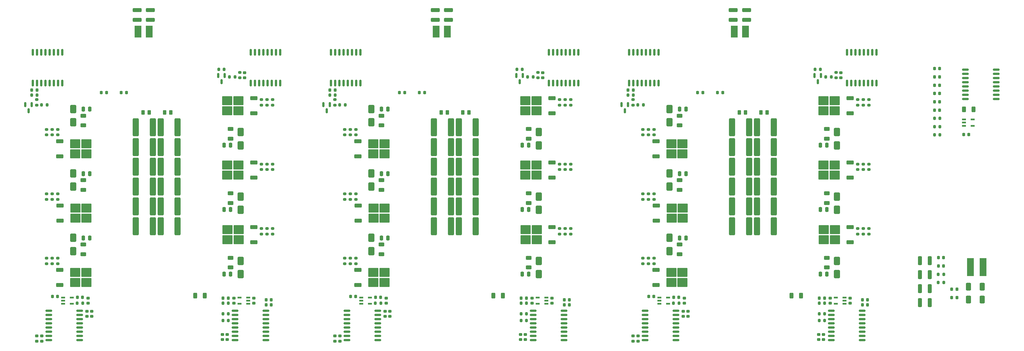
<source format=gbr>
%TF.GenerationSoftware,KiCad,Pcbnew,9.0.1*%
%TF.CreationDate,2025-07-31T04:03:31-05:00*%
%TF.ProjectId,TractionInverter,54726163-7469-46f6-9e49-6e7665727465,rev?*%
%TF.SameCoordinates,Original*%
%TF.FileFunction,Paste,Top*%
%TF.FilePolarity,Positive*%
%FSLAX46Y46*%
G04 Gerber Fmt 4.6, Leading zero omitted, Abs format (unit mm)*
G04 Created by KiCad (PCBNEW 9.0.1) date 2025-07-31 04:03:31*
%MOMM*%
%LPD*%
G01*
G04 APERTURE LIST*
G04 Aperture macros list*
%AMRoundRect*
0 Rectangle with rounded corners*
0 $1 Rounding radius*
0 $2 $3 $4 $5 $6 $7 $8 $9 X,Y pos of 4 corners*
0 Add a 4 corners polygon primitive as box body*
4,1,4,$2,$3,$4,$5,$6,$7,$8,$9,$2,$3,0*
0 Add four circle primitives for the rounded corners*
1,1,$1+$1,$2,$3*
1,1,$1+$1,$4,$5*
1,1,$1+$1,$6,$7*
1,1,$1+$1,$8,$9*
0 Add four rect primitives between the rounded corners*
20,1,$1+$1,$2,$3,$4,$5,0*
20,1,$1+$1,$4,$5,$6,$7,0*
20,1,$1+$1,$6,$7,$8,$9,0*
20,1,$1+$1,$8,$9,$2,$3,0*%
G04 Aperture macros list end*
%ADD10RoundRect,0.225000X-0.225000X-0.250000X0.225000X-0.250000X0.225000X0.250000X-0.225000X0.250000X0*%
%ADD11RoundRect,0.250000X-0.325000X-1.100000X0.325000X-1.100000X0.325000X1.100000X-0.325000X1.100000X0*%
%ADD12R,1.150000X0.600000*%
%ADD13RoundRect,0.218750X-0.218750X-0.256250X0.218750X-0.256250X0.218750X0.256250X-0.218750X0.256250X0*%
%ADD14RoundRect,0.150000X-0.875000X-0.150000X0.875000X-0.150000X0.875000X0.150000X-0.875000X0.150000X0*%
%ADD15RoundRect,0.249999X-0.525001X-0.900001X0.525001X-0.900001X0.525001X0.900001X-0.525001X0.900001X0*%
%ADD16RoundRect,0.200000X-0.200000X-0.275000X0.200000X-0.275000X0.200000X0.275000X-0.200000X0.275000X0*%
%ADD17R,2.150000X5.500000*%
%ADD18RoundRect,0.250000X-0.312500X-0.625000X0.312500X-0.625000X0.312500X0.625000X-0.312500X0.625000X0*%
%ADD19RoundRect,0.200000X0.275000X-0.200000X0.275000X0.200000X-0.275000X0.200000X-0.275000X-0.200000X0*%
%ADD20RoundRect,0.200000X-0.275000X0.200000X-0.275000X-0.200000X0.275000X-0.200000X0.275000X0.200000X0*%
%ADD21RoundRect,0.200000X0.200000X0.275000X-0.200000X0.275000X-0.200000X-0.275000X0.200000X-0.275000X0*%
%ADD22RoundRect,0.250000X-0.625000X0.312500X-0.625000X-0.312500X0.625000X-0.312500X0.625000X0.312500X0*%
%ADD23RoundRect,0.250000X0.625000X-0.312500X0.625000X0.312500X-0.625000X0.312500X-0.625000X-0.312500X0*%
%ADD24RoundRect,0.250000X-0.262500X-0.450000X0.262500X-0.450000X0.262500X0.450000X-0.262500X0.450000X0*%
%ADD25RoundRect,0.250000X0.250000X0.475000X-0.250000X0.475000X-0.250000X-0.475000X0.250000X-0.475000X0*%
%ADD26RoundRect,0.225000X0.225000X0.250000X-0.225000X0.250000X-0.225000X-0.250000X0.225000X-0.250000X0*%
%ADD27RoundRect,0.250000X-0.250000X-0.475000X0.250000X-0.475000X0.250000X0.475000X-0.250000X0.475000X0*%
%ADD28RoundRect,0.225000X0.250000X-0.225000X0.250000X0.225000X-0.250000X0.225000X-0.250000X-0.225000X0*%
%ADD29RoundRect,0.225000X-0.250000X0.225000X-0.250000X-0.225000X0.250000X-0.225000X0.250000X0.225000X0*%
%ADD30RoundRect,0.250000X1.100000X-0.325000X1.100000X0.325000X-1.100000X0.325000X-1.100000X-0.325000X0*%
%ADD31RoundRect,0.250000X-0.650000X-2.450000X0.650000X-2.450000X0.650000X2.450000X-0.650000X2.450000X0*%
%ADD32RoundRect,0.250000X-0.650000X1.000000X-0.650000X-1.000000X0.650000X-1.000000X0.650000X1.000000X0*%
%ADD33RoundRect,0.150000X-0.150000X0.587500X-0.150000X-0.587500X0.150000X-0.587500X0.150000X0.587500X0*%
%ADD34RoundRect,0.250000X0.650000X-1.000000X0.650000X1.000000X-0.650000X1.000000X-0.650000X-1.000000X0*%
%ADD35RoundRect,0.150000X0.150000X-0.875000X0.150000X0.875000X-0.150000X0.875000X-0.150000X-0.875000X0*%
%ADD36RoundRect,0.218750X0.218750X0.256250X-0.218750X0.256250X-0.218750X-0.256250X0.218750X-0.256250X0*%
%ADD37RoundRect,0.250000X1.275000X1.125000X-1.275000X1.125000X-1.275000X-1.125000X1.275000X-1.125000X0*%
%ADD38RoundRect,0.250000X0.850000X0.350000X-0.850000X0.350000X-0.850000X-0.350000X0.850000X-0.350000X0*%
%ADD39RoundRect,0.150000X0.875000X0.150000X-0.875000X0.150000X-0.875000X-0.150000X0.875000X-0.150000X0*%
%ADD40RoundRect,0.218750X-0.256250X0.218750X-0.256250X-0.218750X0.256250X-0.218750X0.256250X0.218750X0*%
%ADD41RoundRect,0.250000X-1.275000X-1.125000X1.275000X-1.125000X1.275000X1.125000X-1.275000X1.125000X0*%
%ADD42RoundRect,0.250000X-0.850000X-0.350000X0.850000X-0.350000X0.850000X0.350000X-0.850000X0.350000X0*%
%ADD43R,2.000000X3.600000*%
G04 APERTURE END LIST*
D10*
%TO.C,C161*%
X292405000Y-57140000D03*
X293955000Y-57140000D03*
%TD*%
%TO.C,C160*%
X292405000Y-54630000D03*
X293955000Y-54630000D03*
%TD*%
%TO.C,C164*%
X292405000Y-64670000D03*
X293955000Y-64670000D03*
%TD*%
%TO.C,C162*%
X292405000Y-59650000D03*
X293955000Y-59650000D03*
%TD*%
%TO.C,C163*%
X292405000Y-62160000D03*
X293955000Y-62160000D03*
%TD*%
%TO.C,C165*%
X292405000Y-67180000D03*
X293955000Y-67180000D03*
%TD*%
D11*
%TO.C,C42*%
X288025000Y-112750000D03*
X290975000Y-112750000D03*
%TD*%
%TO.C,C46*%
X288025000Y-125500000D03*
X290975000Y-125500000D03*
%TD*%
D12*
%TO.C,U11*%
X301265000Y-70020000D03*
X301265000Y-70970000D03*
X301265000Y-71920000D03*
X303865000Y-71920000D03*
X303865000Y-70020000D03*
%TD*%
D13*
%TO.C,D39*%
X301172500Y-74590000D03*
X302747500Y-74590000D03*
%TD*%
D14*
%TO.C,IC13*%
X301720000Y-54965000D03*
X301720000Y-56235000D03*
X301720000Y-57505000D03*
X301720000Y-58775000D03*
X301720000Y-60045000D03*
X301720000Y-61315000D03*
X301720000Y-62585000D03*
X301720000Y-63855000D03*
X311020000Y-63855000D03*
X311020000Y-62585000D03*
X311020000Y-61315000D03*
X311020000Y-60045000D03*
X311020000Y-58775000D03*
X311020000Y-57505000D03*
X311020000Y-56235000D03*
X311020000Y-54965000D03*
%TD*%
D11*
%TO.C,C44*%
X288025000Y-121250000D03*
X290975000Y-121250000D03*
%TD*%
D15*
%TO.C,C47*%
X302615000Y-124520000D03*
X306765000Y-124520000D03*
%TD*%
D16*
%TO.C,R37*%
X293505000Y-116900000D03*
X295155000Y-116900000D03*
%TD*%
D17*
%TO.C,L1*%
X303203500Y-114688500D03*
X307053500Y-114688500D03*
%TD*%
D15*
%TO.C,C40*%
X302615000Y-120670000D03*
X306765000Y-120670000D03*
%TD*%
D11*
%TO.C,C43*%
X288025000Y-117000000D03*
X290975000Y-117000000D03*
%TD*%
D13*
%TO.C,D4*%
X297592500Y-121380000D03*
X299167500Y-121380000D03*
%TD*%
D10*
%TO.C,C41*%
X293555000Y-111880000D03*
X295105000Y-111880000D03*
%TD*%
%TO.C,C45*%
X293555000Y-114390000D03*
X295105000Y-114390000D03*
%TD*%
D16*
%TO.C,R38*%
X293505000Y-119410000D03*
X295155000Y-119410000D03*
%TD*%
D13*
%TO.C,D5*%
X297592500Y-123970000D03*
X299167500Y-123970000D03*
%TD*%
D16*
%TO.C,R139*%
X292355000Y-72200000D03*
X294005000Y-72200000D03*
%TD*%
D18*
%TO.C,R137*%
X301257500Y-66990000D03*
X304182500Y-66990000D03*
%TD*%
D16*
%TO.C,R138*%
X292355000Y-69690000D03*
X294005000Y-69690000D03*
%TD*%
%TO.C,R140*%
X292355000Y-74710000D03*
X294005000Y-74710000D03*
%TD*%
D19*
%TO.C,R69*%
X117743207Y-113685295D03*
X117743207Y-112035295D03*
%TD*%
D20*
%TO.C,R66*%
X180893207Y-103035295D03*
X180893207Y-104685295D03*
%TD*%
D21*
%TO.C,R70*%
X167968207Y-54860295D03*
X166318207Y-54860295D03*
%TD*%
D22*
%TO.C,R74*%
X125393207Y-88397795D03*
X125393207Y-91322795D03*
%TD*%
D19*
%TO.C,R72*%
X172643207Y-57435295D03*
X172643207Y-55785295D03*
%TD*%
D20*
%TO.C,R67*%
X116043207Y-112035295D03*
X116043207Y-113685295D03*
%TD*%
D22*
%TO.C,R73*%
X125393207Y-68897795D03*
X125393207Y-71822795D03*
%TD*%
D19*
%TO.C,R68*%
X182593207Y-104685295D03*
X182593207Y-103035295D03*
%TD*%
D22*
%TO.C,R75*%
X125393207Y-107897795D03*
X125393207Y-110822795D03*
%TD*%
D16*
%TO.C,R71*%
X169568207Y-57110295D03*
X171218207Y-57110295D03*
%TD*%
D23*
%TO.C,R78*%
X169893207Y-95322795D03*
X169893207Y-92397795D03*
%TD*%
D21*
%TO.C,R87*%
X169218207Y-128860295D03*
X167568207Y-128860295D03*
%TD*%
D23*
%TO.C,R79*%
X169893207Y-114822795D03*
X169893207Y-111897795D03*
%TD*%
%TO.C,R77*%
X169893207Y-75822795D03*
X169893207Y-72897795D03*
%TD*%
D18*
%TO.C,R86*%
X159180707Y-123360295D03*
X162105707Y-123360295D03*
%TD*%
D16*
%TO.C,R92*%
X123568207Y-125610295D03*
X125218207Y-125610295D03*
%TD*%
D24*
%TO.C,R142*%
X149980707Y-67860295D03*
X151805707Y-67860295D03*
%TD*%
D16*
%TO.C,R88*%
X167568207Y-130860295D03*
X169218207Y-130860295D03*
%TD*%
D21*
%TO.C,R89*%
X169218207Y-125610295D03*
X167568207Y-125610295D03*
%TD*%
D24*
%TO.C,R141*%
X143480707Y-67860295D03*
X145305707Y-67860295D03*
%TD*%
D12*
%TO.C,U7*%
X119343207Y-123910295D03*
X119343207Y-124860295D03*
X119343207Y-125810295D03*
X121943207Y-125810295D03*
X121943207Y-123910295D03*
%TD*%
%TO.C,U5*%
X175193207Y-125810295D03*
X175193207Y-124860295D03*
X175193207Y-123910295D03*
X172593207Y-123910295D03*
X172593207Y-125810295D03*
%TD*%
D25*
%TO.C,C74*%
X169843207Y-97310295D03*
X167943207Y-97310295D03*
%TD*%
D26*
%TO.C,C68*%
X111418207Y-61110295D03*
X109868207Y-61110295D03*
%TD*%
D27*
%TO.C,C71*%
X125443207Y-86410295D03*
X127343207Y-86410295D03*
%TD*%
%TO.C,C72*%
X125443207Y-105910295D03*
X127343207Y-105910295D03*
%TD*%
D25*
%TO.C,C73*%
X169843207Y-77810295D03*
X167943207Y-77810295D03*
%TD*%
D27*
%TO.C,C70*%
X125443207Y-66910295D03*
X127343207Y-66910295D03*
%TD*%
D28*
%TO.C,C69*%
X174143207Y-57385295D03*
X174143207Y-55835295D03*
%TD*%
D25*
%TO.C,C75*%
X169843207Y-116860295D03*
X167943207Y-116860295D03*
%TD*%
D28*
%TO.C,C95*%
X170893207Y-125635295D03*
X170893207Y-124085295D03*
%TD*%
%TO.C,C94*%
X176893207Y-125635295D03*
X176893207Y-124085295D03*
%TD*%
D29*
%TO.C,C96*%
X167393207Y-135085295D03*
X167393207Y-136635295D03*
%TD*%
D26*
%TO.C,C98*%
X182168207Y-126110295D03*
X180618207Y-126110295D03*
%TD*%
D29*
%TO.C,C97*%
X168893207Y-135085295D03*
X168893207Y-136635295D03*
%TD*%
D26*
%TO.C,C99*%
X182168207Y-124610295D03*
X180618207Y-124610295D03*
%TD*%
D30*
%TO.C,C103*%
X145643207Y-39887795D03*
X145643207Y-36937795D03*
%TD*%
%TO.C,C104*%
X141643207Y-39887795D03*
X141643207Y-36937795D03*
%TD*%
D26*
%TO.C,C108*%
X117668207Y-123610295D03*
X116118207Y-123610295D03*
%TD*%
D29*
%TO.C,C112*%
X112893207Y-135585295D03*
X112893207Y-137135295D03*
%TD*%
D31*
%TO.C,C167*%
X141293207Y-72360295D03*
X146393207Y-72360295D03*
%TD*%
D29*
%TO.C,C113*%
X111393207Y-135585295D03*
X111393207Y-137135295D03*
%TD*%
D31*
%TO.C,C168*%
X141293207Y-78360295D03*
X146393207Y-78360295D03*
%TD*%
%TO.C,C173*%
X148793207Y-72360295D03*
X153893207Y-72360295D03*
%TD*%
%TO.C,C170*%
X141293207Y-90360295D03*
X146393207Y-90360295D03*
%TD*%
D10*
%TO.C,C109*%
X123618207Y-123860295D03*
X125168207Y-123860295D03*
%TD*%
D28*
%TO.C,C110*%
X127993207Y-129635295D03*
X127993207Y-128085295D03*
%TD*%
%TO.C,C111*%
X126493207Y-129635295D03*
X126493207Y-128085295D03*
%TD*%
D31*
%TO.C,C169*%
X141293207Y-84360295D03*
X146393207Y-84360295D03*
%TD*%
%TO.C,C171*%
X141293207Y-96360295D03*
X146393207Y-96360295D03*
%TD*%
%TO.C,C172*%
X141293207Y-102360295D03*
X146393207Y-102360295D03*
%TD*%
%TO.C,C174*%
X148793207Y-78360295D03*
X153893207Y-78360295D03*
%TD*%
%TO.C,C176*%
X148793207Y-90360295D03*
X153893207Y-90360295D03*
%TD*%
D32*
%TO.C,D19*%
X122393207Y-105860295D03*
X122393207Y-109860295D03*
%TD*%
%TO.C,D17*%
X122393207Y-66860295D03*
X122393207Y-70860295D03*
%TD*%
D33*
%TO.C,D16*%
X168093207Y-56735295D03*
X166193207Y-56735295D03*
X167143207Y-58610295D03*
%TD*%
D31*
%TO.C,C178*%
X148793207Y-102360295D03*
X153893207Y-102360295D03*
%TD*%
D33*
%TO.C,D15*%
X109843207Y-65485295D03*
X107943207Y-65485295D03*
X108893207Y-67360295D03*
%TD*%
D13*
%TO.C,D24*%
X136855707Y-61860295D03*
X138430707Y-61860295D03*
%TD*%
D31*
%TO.C,C175*%
X148793207Y-84360295D03*
X153893207Y-84360295D03*
%TD*%
%TO.C,C177*%
X148793207Y-96360295D03*
X153893207Y-96360295D03*
%TD*%
D32*
%TO.C,D18*%
X122393207Y-86360295D03*
X122393207Y-90360295D03*
%TD*%
D34*
%TO.C,D20*%
X172893207Y-77860295D03*
X172893207Y-73860295D03*
%TD*%
%TO.C,D22*%
X172893207Y-116860295D03*
X172893207Y-112860295D03*
%TD*%
D35*
%TO.C,IC6*%
X175948207Y-59010295D03*
X177218207Y-59010295D03*
X178488207Y-59010295D03*
X179758207Y-59010295D03*
X181028207Y-59010295D03*
X182298207Y-59010295D03*
X183568207Y-59010295D03*
X184838207Y-59010295D03*
X184838207Y-49710295D03*
X183568207Y-49710295D03*
X182298207Y-49710295D03*
X181028207Y-49710295D03*
X179758207Y-49710295D03*
X178488207Y-49710295D03*
X177218207Y-49710295D03*
X175948207Y-49710295D03*
%TD*%
D34*
%TO.C,D21*%
X172893207Y-97360295D03*
X172893207Y-93360295D03*
%TD*%
D36*
%TO.C,D23*%
X169180707Y-124110295D03*
X167605707Y-124110295D03*
%TD*%
D14*
%TO.C,IC7*%
X171243207Y-127915295D03*
X171243207Y-129185295D03*
X171243207Y-130455295D03*
X171243207Y-131725295D03*
X171243207Y-132995295D03*
X171243207Y-134265295D03*
X171243207Y-135535295D03*
X171243207Y-136805295D03*
X180543207Y-136805295D03*
X180543207Y-135535295D03*
X180543207Y-134265295D03*
X180543207Y-132995295D03*
X180543207Y-131725295D03*
X180543207Y-130455295D03*
X180543207Y-129185295D03*
X180543207Y-127915295D03*
%TD*%
D37*
%TO.C,Q13*%
X172243207Y-67385295D03*
X172243207Y-64335295D03*
X168893207Y-67385295D03*
X168893207Y-64335295D03*
D38*
X176868207Y-68140295D03*
X176868207Y-63580295D03*
%TD*%
D39*
%TO.C,IC8*%
X124293207Y-136805295D03*
X124293207Y-135535295D03*
X124293207Y-134265295D03*
X124293207Y-132995295D03*
X124293207Y-131725295D03*
X124293207Y-130455295D03*
X124293207Y-129185295D03*
X124293207Y-127915295D03*
X114993207Y-127915295D03*
X114993207Y-129185295D03*
X114993207Y-130455295D03*
X114993207Y-131725295D03*
X114993207Y-132995295D03*
X114993207Y-134265295D03*
X114993207Y-135535295D03*
X114993207Y-136805295D03*
%TD*%
D40*
%TO.C,D26*%
X126893207Y-124072795D03*
X126893207Y-125647795D03*
%TD*%
D35*
%TO.C,IC5*%
X110198207Y-59010295D03*
X111468207Y-59010295D03*
X112738207Y-59010295D03*
X114008207Y-59010295D03*
X115278207Y-59010295D03*
X116548207Y-59010295D03*
X117818207Y-59010295D03*
X119088207Y-59010295D03*
X119088207Y-49710295D03*
X117818207Y-49710295D03*
X116548207Y-49710295D03*
X115278207Y-49710295D03*
X114008207Y-49710295D03*
X112738207Y-49710295D03*
X111468207Y-49710295D03*
X110198207Y-49710295D03*
%TD*%
D13*
%TO.C,D25*%
X130855707Y-61912795D03*
X132430707Y-61912795D03*
%TD*%
D41*
%TO.C,Q18*%
X122968207Y-116335295D03*
X122968207Y-119385295D03*
X126318207Y-116335295D03*
X126318207Y-119385295D03*
D42*
X118343207Y-115580295D03*
X118343207Y-120140295D03*
%TD*%
D43*
%TO.C,L3*%
X145343207Y-43412795D03*
X141943207Y-43412795D03*
%TD*%
D41*
%TO.C,Q14*%
X122968207Y-77360295D03*
X122968207Y-80410295D03*
X126318207Y-77360295D03*
X126318207Y-80410295D03*
D42*
X118343207Y-76605295D03*
X118343207Y-81165295D03*
%TD*%
D37*
%TO.C,Q15*%
X172243207Y-86860295D03*
X172243207Y-83810295D03*
X168893207Y-86860295D03*
X168893207Y-83810295D03*
D38*
X176868207Y-87615295D03*
X176868207Y-83055295D03*
%TD*%
D37*
%TO.C,Q17*%
X172318207Y-106385295D03*
X172318207Y-103335295D03*
X168968207Y-106385295D03*
X168968207Y-103335295D03*
D38*
X176943207Y-107140295D03*
X176943207Y-102580295D03*
%TD*%
D41*
%TO.C,Q16*%
X123043207Y-96860295D03*
X123043207Y-99910295D03*
X126393207Y-96860295D03*
X126393207Y-99910295D03*
D42*
X118418207Y-96105295D03*
X118418207Y-100665295D03*
%TD*%
D20*
%TO.C,R53*%
X180893207Y-64035295D03*
X180893207Y-65685295D03*
%TD*%
D19*
%TO.C,R57*%
X117743207Y-74685295D03*
X117743207Y-73035295D03*
%TD*%
%TO.C,R50*%
X179193207Y-65685295D03*
X179193207Y-64035295D03*
%TD*%
%TO.C,R51*%
X114343207Y-74685295D03*
X114343207Y-73035295D03*
%TD*%
D20*
%TO.C,R54*%
X116043207Y-73035295D03*
X116043207Y-74685295D03*
%TD*%
D19*
%TO.C,R56*%
X182593207Y-65685295D03*
X182593207Y-64035295D03*
%TD*%
%TO.C,R52*%
X111393207Y-65685295D03*
X111393207Y-64035295D03*
%TD*%
D21*
%TO.C,R49*%
X114468207Y-65610295D03*
X112818207Y-65610295D03*
%TD*%
%TO.C,R55*%
X111468207Y-62610295D03*
X109818207Y-62610295D03*
%TD*%
D19*
%TO.C,R59*%
X114343207Y-94185295D03*
X114343207Y-92535295D03*
%TD*%
%TO.C,R62*%
X182593207Y-85185295D03*
X182593207Y-83535295D03*
%TD*%
%TO.C,R63*%
X117743207Y-94185295D03*
X117743207Y-92535295D03*
%TD*%
%TO.C,R64*%
X179193207Y-104685295D03*
X179193207Y-103035295D03*
%TD*%
D20*
%TO.C,R61*%
X116043207Y-92535295D03*
X116043207Y-94185295D03*
%TD*%
D19*
%TO.C,R65*%
X114343207Y-113685295D03*
X114343207Y-112035295D03*
%TD*%
%TO.C,R58*%
X179193207Y-85185295D03*
X179193207Y-83535295D03*
%TD*%
D20*
%TO.C,R60*%
X180893207Y-83535295D03*
X180893207Y-85185295D03*
%TD*%
D12*
%TO.C,U8*%
X262593207Y-125810295D03*
X262593207Y-123910295D03*
X265193207Y-123910295D03*
X265193207Y-124860295D03*
X265193207Y-125810295D03*
%TD*%
%TO.C,U10*%
X211943207Y-123910295D03*
X211943207Y-125810295D03*
X209343207Y-125810295D03*
X209343207Y-124860295D03*
X209343207Y-123910295D03*
%TD*%
D21*
%TO.C,R133*%
X257568207Y-125610295D03*
X259218207Y-125610295D03*
%TD*%
D23*
%TO.C,R122*%
X259893207Y-92397795D03*
X259893207Y-95322795D03*
%TD*%
%TO.C,R123*%
X259893207Y-111897795D03*
X259893207Y-114822795D03*
%TD*%
D18*
%TO.C,R130*%
X252105707Y-123360295D03*
X249180707Y-123360295D03*
%TD*%
D21*
%TO.C,R131*%
X257568207Y-128860295D03*
X259218207Y-128860295D03*
%TD*%
D16*
%TO.C,R132*%
X259218207Y-130860295D03*
X257568207Y-130860295D03*
%TD*%
%TO.C,R136*%
X215218207Y-125610295D03*
X213568207Y-125610295D03*
%TD*%
D24*
%TO.C,R143*%
X235305707Y-67860295D03*
X233480707Y-67860295D03*
%TD*%
%TO.C,R144*%
X241805707Y-67860295D03*
X239980707Y-67860295D03*
%TD*%
D25*
%TO.C,C120*%
X257943207Y-97310295D03*
X259843207Y-97310295D03*
%TD*%
D26*
%TO.C,C114*%
X199868207Y-61110295D03*
X201418207Y-61110295D03*
%TD*%
D28*
%TO.C,C115*%
X264143207Y-55835295D03*
X264143207Y-57385295D03*
%TD*%
D27*
%TO.C,C116*%
X217343207Y-66910295D03*
X215443207Y-66910295D03*
%TD*%
%TO.C,C117*%
X217343207Y-86410295D03*
X215443207Y-86410295D03*
%TD*%
D25*
%TO.C,C119*%
X257943207Y-77810295D03*
X259843207Y-77810295D03*
%TD*%
D27*
%TO.C,C118*%
X217343207Y-105910295D03*
X215443207Y-105910295D03*
%TD*%
D25*
%TO.C,C121*%
X257943207Y-116860295D03*
X259843207Y-116860295D03*
%TD*%
D28*
%TO.C,C141*%
X260893207Y-124085295D03*
X260893207Y-125635295D03*
%TD*%
D30*
%TO.C,C149*%
X235643207Y-36937795D03*
X235643207Y-39887795D03*
%TD*%
D28*
%TO.C,C140*%
X266893207Y-124085295D03*
X266893207Y-125635295D03*
%TD*%
D29*
%TO.C,C142*%
X257393207Y-136635295D03*
X257393207Y-135085295D03*
%TD*%
%TO.C,C143*%
X258893207Y-136635295D03*
X258893207Y-135085295D03*
%TD*%
D26*
%TO.C,C144*%
X270618207Y-126110295D03*
X272168207Y-126110295D03*
%TD*%
%TO.C,C145*%
X270618207Y-124610295D03*
X272168207Y-124610295D03*
%TD*%
D30*
%TO.C,C150*%
X231643207Y-36937795D03*
X231643207Y-39887795D03*
%TD*%
D28*
%TO.C,C156*%
X217993207Y-128085295D03*
X217993207Y-129635295D03*
%TD*%
%TO.C,C157*%
X216493207Y-128085295D03*
X216493207Y-129635295D03*
%TD*%
D31*
%TO.C,C180*%
X236393207Y-72360295D03*
X231293207Y-72360295D03*
%TD*%
D29*
%TO.C,C159*%
X201393207Y-137135295D03*
X201393207Y-135585295D03*
%TD*%
D10*
%TO.C,C155*%
X215168207Y-123860295D03*
X213618207Y-123860295D03*
%TD*%
D31*
%TO.C,C184*%
X236393207Y-96360295D03*
X231293207Y-96360295D03*
%TD*%
%TO.C,C181*%
X236393207Y-78360295D03*
X231293207Y-78360295D03*
%TD*%
D26*
%TO.C,C154*%
X206118207Y-123610295D03*
X207668207Y-123610295D03*
%TD*%
D29*
%TO.C,C158*%
X202893207Y-137135295D03*
X202893207Y-135585295D03*
%TD*%
D31*
%TO.C,C182*%
X236393207Y-84360295D03*
X231293207Y-84360295D03*
%TD*%
%TO.C,C183*%
X236393207Y-90360295D03*
X231293207Y-90360295D03*
%TD*%
%TO.C,C191*%
X243893207Y-102360295D03*
X238793207Y-102360295D03*
%TD*%
%TO.C,C187*%
X243893207Y-78360295D03*
X238793207Y-78360295D03*
%TD*%
%TO.C,C190*%
X243893207Y-96360295D03*
X238793207Y-96360295D03*
%TD*%
D32*
%TO.C,D31*%
X212393207Y-109860295D03*
X212393207Y-105860295D03*
%TD*%
D31*
%TO.C,C188*%
X243893207Y-84360295D03*
X238793207Y-84360295D03*
%TD*%
%TO.C,C185*%
X236393207Y-102360295D03*
X231293207Y-102360295D03*
%TD*%
%TO.C,C186*%
X243893207Y-72360295D03*
X238793207Y-72360295D03*
%TD*%
%TO.C,C189*%
X243893207Y-90360295D03*
X238793207Y-90360295D03*
%TD*%
D33*
%TO.C,D27*%
X198893207Y-67360295D03*
X197943207Y-65485295D03*
X199843207Y-65485295D03*
%TD*%
%TO.C,D28*%
X257143207Y-58610295D03*
X256193207Y-56735295D03*
X258093207Y-56735295D03*
%TD*%
D32*
%TO.C,D29*%
X212393207Y-70860295D03*
X212393207Y-66860295D03*
%TD*%
%TO.C,D30*%
X212393207Y-90360295D03*
X212393207Y-86360295D03*
%TD*%
D34*
%TO.C,D32*%
X262893207Y-73860295D03*
X262893207Y-77860295D03*
%TD*%
D35*
%TO.C,IC10*%
X265948207Y-49710295D03*
X267218207Y-49710295D03*
X268488207Y-49710295D03*
X269758207Y-49710295D03*
X271028207Y-49710295D03*
X272298207Y-49710295D03*
X273568207Y-49710295D03*
X274838207Y-49710295D03*
X274838207Y-59010295D03*
X273568207Y-59010295D03*
X272298207Y-59010295D03*
X271028207Y-59010295D03*
X269758207Y-59010295D03*
X268488207Y-59010295D03*
X267218207Y-59010295D03*
X265948207Y-59010295D03*
%TD*%
D39*
%TO.C,IC12*%
X204993207Y-136805295D03*
X204993207Y-135535295D03*
X204993207Y-134265295D03*
X204993207Y-132995295D03*
X204993207Y-131725295D03*
X204993207Y-130455295D03*
X204993207Y-129185295D03*
X204993207Y-127915295D03*
X214293207Y-127915295D03*
X214293207Y-129185295D03*
X214293207Y-130455295D03*
X214293207Y-131725295D03*
X214293207Y-132995295D03*
X214293207Y-134265295D03*
X214293207Y-135535295D03*
X214293207Y-136805295D03*
%TD*%
D34*
%TO.C,D33*%
X262893207Y-93360295D03*
X262893207Y-97360295D03*
%TD*%
D36*
%TO.C,D35*%
X257605707Y-124110295D03*
X259180707Y-124110295D03*
%TD*%
D13*
%TO.C,D37*%
X222430707Y-61912795D03*
X220855707Y-61912795D03*
%TD*%
%TO.C,D36*%
X228430707Y-61860295D03*
X226855707Y-61860295D03*
%TD*%
D40*
%TO.C,D38*%
X216893207Y-125647795D03*
X216893207Y-124072795D03*
%TD*%
D34*
%TO.C,D34*%
X262893207Y-112860295D03*
X262893207Y-116860295D03*
%TD*%
D35*
%TO.C,IC9*%
X200198207Y-49710295D03*
X201468207Y-49710295D03*
X202738207Y-49710295D03*
X204008207Y-49710295D03*
X205278207Y-49710295D03*
X206548207Y-49710295D03*
X207818207Y-49710295D03*
X209088207Y-49710295D03*
X209088207Y-59010295D03*
X207818207Y-59010295D03*
X206548207Y-59010295D03*
X205278207Y-59010295D03*
X204008207Y-59010295D03*
X202738207Y-59010295D03*
X201468207Y-59010295D03*
X200198207Y-59010295D03*
%TD*%
D14*
%TO.C,IC11*%
X270543207Y-127915295D03*
X270543207Y-129185295D03*
X270543207Y-130455295D03*
X270543207Y-131725295D03*
X270543207Y-132995295D03*
X270543207Y-134265295D03*
X270543207Y-135535295D03*
X270543207Y-136805295D03*
X261243207Y-136805295D03*
X261243207Y-135535295D03*
X261243207Y-134265295D03*
X261243207Y-132995295D03*
X261243207Y-131725295D03*
X261243207Y-130455295D03*
X261243207Y-129185295D03*
X261243207Y-127915295D03*
%TD*%
D42*
%TO.C,Q26*%
X208343207Y-81165295D03*
X208343207Y-76605295D03*
D41*
X216318207Y-80410295D03*
X216318207Y-77360295D03*
X212968207Y-80410295D03*
X212968207Y-77360295D03*
%TD*%
D42*
%TO.C,Q28*%
X208418207Y-100665295D03*
X208418207Y-96105295D03*
D41*
X216393207Y-99910295D03*
X216393207Y-96860295D03*
X213043207Y-99910295D03*
X213043207Y-96860295D03*
%TD*%
D43*
%TO.C,L4*%
X231943207Y-43412795D03*
X235343207Y-43412795D03*
%TD*%
D38*
%TO.C,Q25*%
X266868207Y-63580295D03*
X266868207Y-68140295D03*
D37*
X258893207Y-64335295D03*
X258893207Y-67385295D03*
X262243207Y-64335295D03*
X262243207Y-67385295D03*
%TD*%
D38*
%TO.C,Q27*%
X266868207Y-83055295D03*
X266868207Y-87615295D03*
D37*
X258893207Y-83810295D03*
X258893207Y-86860295D03*
X262243207Y-83810295D03*
X262243207Y-86860295D03*
%TD*%
D42*
%TO.C,Q30*%
X208343207Y-120140295D03*
X208343207Y-115580295D03*
D41*
X216318207Y-119385295D03*
X216318207Y-116335295D03*
X212968207Y-119385295D03*
X212968207Y-116335295D03*
%TD*%
D19*
%TO.C,R95*%
X204343207Y-73035295D03*
X204343207Y-74685295D03*
%TD*%
D38*
%TO.C,Q29*%
X266943207Y-102580295D03*
X266943207Y-107140295D03*
D37*
X258968207Y-103335295D03*
X258968207Y-106385295D03*
X262318207Y-103335295D03*
X262318207Y-106385295D03*
%TD*%
D19*
%TO.C,R94*%
X269193207Y-64035295D03*
X269193207Y-65685295D03*
%TD*%
%TO.C,R101*%
X207743207Y-73035295D03*
X207743207Y-74685295D03*
%TD*%
D21*
%TO.C,R93*%
X202818207Y-65610295D03*
X204468207Y-65610295D03*
%TD*%
D19*
%TO.C,R102*%
X269193207Y-83535295D03*
X269193207Y-85185295D03*
%TD*%
D21*
%TO.C,R99*%
X199818207Y-62610295D03*
X201468207Y-62610295D03*
%TD*%
D19*
%TO.C,R100*%
X272593207Y-64035295D03*
X272593207Y-65685295D03*
%TD*%
D20*
%TO.C,R97*%
X270893207Y-65685295D03*
X270893207Y-64035295D03*
%TD*%
D19*
%TO.C,R96*%
X201393207Y-64035295D03*
X201393207Y-65685295D03*
%TD*%
D20*
%TO.C,R98*%
X206043207Y-74685295D03*
X206043207Y-73035295D03*
%TD*%
D19*
%TO.C,R106*%
X272593207Y-83535295D03*
X272593207Y-85185295D03*
%TD*%
%TO.C,R112*%
X272593207Y-103035295D03*
X272593207Y-104685295D03*
%TD*%
D20*
%TO.C,R105*%
X206043207Y-94185295D03*
X206043207Y-92535295D03*
%TD*%
%TO.C,R104*%
X270893207Y-85185295D03*
X270893207Y-83535295D03*
%TD*%
D19*
%TO.C,R107*%
X207743207Y-92535295D03*
X207743207Y-94185295D03*
%TD*%
%TO.C,R108*%
X269193207Y-103035295D03*
X269193207Y-104685295D03*
%TD*%
D20*
%TO.C,R110*%
X270893207Y-104685295D03*
X270893207Y-103035295D03*
%TD*%
%TO.C,R111*%
X206043207Y-113685295D03*
X206043207Y-112035295D03*
%TD*%
D19*
%TO.C,R103*%
X204343207Y-92535295D03*
X204343207Y-94185295D03*
%TD*%
%TO.C,R109*%
X204343207Y-112035295D03*
X204343207Y-113685295D03*
%TD*%
D21*
%TO.C,R114*%
X256318207Y-54860295D03*
X257968207Y-54860295D03*
%TD*%
D19*
%TO.C,R116*%
X262643207Y-55785295D03*
X262643207Y-57435295D03*
%TD*%
D22*
%TO.C,R117*%
X215393207Y-71822795D03*
X215393207Y-68897795D03*
%TD*%
D19*
%TO.C,R113*%
X207743207Y-112035295D03*
X207743207Y-113685295D03*
%TD*%
D22*
%TO.C,R119*%
X215393207Y-110822795D03*
X215393207Y-107897795D03*
%TD*%
D23*
%TO.C,R121*%
X259893207Y-72897795D03*
X259893207Y-75822795D03*
%TD*%
D16*
%TO.C,R115*%
X261218207Y-57110295D03*
X259568207Y-57110295D03*
%TD*%
D22*
%TO.C,R118*%
X215393207Y-91322795D03*
X215393207Y-88397795D03*
%TD*%
D31*
%TO.C,C2*%
X56393207Y-72360295D03*
X51293207Y-72360295D03*
%TD*%
%TO.C,C12*%
X63893207Y-96360295D03*
X58793207Y-96360295D03*
%TD*%
%TO.C,C9*%
X63893207Y-78360295D03*
X58793207Y-78360295D03*
%TD*%
%TO.C,C6*%
X56393207Y-96360295D03*
X51293207Y-96360295D03*
%TD*%
D24*
%TO.C,R2*%
X61805707Y-67860295D03*
X59980707Y-67860295D03*
%TD*%
D31*
%TO.C,C8*%
X63893207Y-72360295D03*
X58793207Y-72360295D03*
%TD*%
%TO.C,C7*%
X56393207Y-102360295D03*
X51293207Y-102360295D03*
%TD*%
%TO.C,C5*%
X56393207Y-90360295D03*
X51293207Y-90360295D03*
%TD*%
%TO.C,C13*%
X63893207Y-102360295D03*
X58793207Y-102360295D03*
%TD*%
%TO.C,C11*%
X63893207Y-90360295D03*
X58793207Y-90360295D03*
%TD*%
%TO.C,C3*%
X56393207Y-78360295D03*
X51293207Y-78360295D03*
%TD*%
%TO.C,C4*%
X56393207Y-84360295D03*
X51293207Y-84360295D03*
%TD*%
%TO.C,C10*%
X63893207Y-84360295D03*
X58793207Y-84360295D03*
%TD*%
D25*
%TO.C,C65*%
X77943207Y-77810295D03*
X79843207Y-77810295D03*
%TD*%
D24*
%TO.C,R1*%
X55305707Y-67860295D03*
X53480707Y-67860295D03*
%TD*%
D27*
%TO.C,C64*%
X37343207Y-105910295D03*
X35443207Y-105910295D03*
%TD*%
%TO.C,C62*%
X37343207Y-66910295D03*
X35443207Y-66910295D03*
%TD*%
D25*
%TO.C,C66*%
X77943207Y-97310295D03*
X79843207Y-97310295D03*
%TD*%
%TO.C,C67*%
X77943207Y-116860295D03*
X79843207Y-116860295D03*
%TD*%
D27*
%TO.C,C63*%
X37343207Y-86410295D03*
X35443207Y-86410295D03*
%TD*%
D38*
%TO.C,Q3*%
X86868207Y-83055295D03*
X86868207Y-87615295D03*
D37*
X78893207Y-83810295D03*
X78893207Y-86860295D03*
X82243207Y-83810295D03*
X82243207Y-86860295D03*
%TD*%
D38*
%TO.C,Q5*%
X86943207Y-102580295D03*
X86943207Y-107140295D03*
D37*
X78968207Y-103335295D03*
X78968207Y-106385295D03*
X82318207Y-103335295D03*
X82318207Y-106385295D03*
%TD*%
D42*
%TO.C,Q2*%
X28343207Y-81165295D03*
X28343207Y-76605295D03*
D41*
X36318207Y-80410295D03*
X36318207Y-77360295D03*
X32968207Y-80410295D03*
X32968207Y-77360295D03*
%TD*%
D38*
%TO.C,Q1*%
X86868207Y-63580295D03*
X86868207Y-68140295D03*
D37*
X78893207Y-64335295D03*
X78893207Y-67385295D03*
X82243207Y-64335295D03*
X82243207Y-67385295D03*
%TD*%
D42*
%TO.C,Q6*%
X28343207Y-120140295D03*
X28343207Y-115580295D03*
D41*
X36318207Y-119385295D03*
X36318207Y-116335295D03*
X32968207Y-119385295D03*
X32968207Y-116335295D03*
%TD*%
D42*
%TO.C,Q4*%
X28418207Y-100665295D03*
X28418207Y-96105295D03*
D41*
X36393207Y-99910295D03*
X36393207Y-96860295D03*
X33043207Y-99910295D03*
X33043207Y-96860295D03*
%TD*%
D36*
%TO.C,D3*%
X77605707Y-124110295D03*
X79180707Y-124110295D03*
%TD*%
D20*
%TO.C,R21*%
X26043207Y-94185295D03*
X26043207Y-92535295D03*
%TD*%
D19*
%TO.C,R32*%
X82643207Y-55785295D03*
X82643207Y-57435295D03*
%TD*%
%TO.C,R28*%
X92593207Y-103035295D03*
X92593207Y-104685295D03*
%TD*%
D16*
%TO.C,R31*%
X81218207Y-57110295D03*
X79568207Y-57110295D03*
%TD*%
D28*
%TO.C,C35*%
X80893207Y-124085295D03*
X80893207Y-125635295D03*
%TD*%
D19*
%TO.C,R19*%
X24343207Y-92535295D03*
X24343207Y-94185295D03*
%TD*%
D32*
%TO.C,D10*%
X32393207Y-90360295D03*
X32393207Y-86360295D03*
%TD*%
D21*
%TO.C,R36*%
X77568207Y-125610295D03*
X79218207Y-125610295D03*
%TD*%
D29*
%TO.C,C36*%
X77393207Y-136635295D03*
X77393207Y-135085295D03*
%TD*%
D19*
%TO.C,R10*%
X89193207Y-64035295D03*
X89193207Y-65685295D03*
%TD*%
%TO.C,R22*%
X92593207Y-83535295D03*
X92593207Y-85185295D03*
%TD*%
D10*
%TO.C,C57*%
X35168207Y-123860295D03*
X33618207Y-123860295D03*
%TD*%
D39*
%TO.C,IC4*%
X24993207Y-136805295D03*
X24993207Y-135535295D03*
X24993207Y-134265295D03*
X24993207Y-132995295D03*
X24993207Y-131725295D03*
X24993207Y-130455295D03*
X24993207Y-129185295D03*
X24993207Y-127915295D03*
X34293207Y-127915295D03*
X34293207Y-129185295D03*
X34293207Y-130455295D03*
X34293207Y-131725295D03*
X34293207Y-132995295D03*
X34293207Y-134265295D03*
X34293207Y-135535295D03*
X34293207Y-136805295D03*
%TD*%
D18*
%TO.C,R33*%
X72105707Y-123360295D03*
X69180707Y-123360295D03*
%TD*%
D35*
%TO.C,IC1*%
X20198207Y-49710295D03*
X21468207Y-49710295D03*
X22738207Y-49710295D03*
X24008207Y-49710295D03*
X25278207Y-49710295D03*
X26548207Y-49710295D03*
X27818207Y-49710295D03*
X29088207Y-49710295D03*
X29088207Y-59010295D03*
X27818207Y-59010295D03*
X26548207Y-59010295D03*
X25278207Y-59010295D03*
X24008207Y-59010295D03*
X22738207Y-59010295D03*
X21468207Y-59010295D03*
X20198207Y-59010295D03*
%TD*%
D19*
%TO.C,R29*%
X27743207Y-112035295D03*
X27743207Y-113685295D03*
%TD*%
D33*
%TO.C,D2*%
X77143207Y-58610295D03*
X76193207Y-56735295D03*
X78093207Y-56735295D03*
%TD*%
D16*
%TO.C,R35*%
X79218207Y-130860295D03*
X77568207Y-130860295D03*
%TD*%
D28*
%TO.C,C34*%
X86893207Y-124085295D03*
X86893207Y-125635295D03*
%TD*%
D14*
%TO.C,IC3*%
X90543207Y-127915295D03*
X90543207Y-129185295D03*
X90543207Y-130455295D03*
X90543207Y-131725295D03*
X90543207Y-132995295D03*
X90543207Y-134265295D03*
X90543207Y-135535295D03*
X90543207Y-136805295D03*
X81243207Y-136805295D03*
X81243207Y-135535295D03*
X81243207Y-134265295D03*
X81243207Y-132995295D03*
X81243207Y-131725295D03*
X81243207Y-130455295D03*
X81243207Y-129185295D03*
X81243207Y-127915295D03*
%TD*%
D20*
%TO.C,R27*%
X26043207Y-113685295D03*
X26043207Y-112035295D03*
%TD*%
D34*
%TO.C,D13*%
X82893207Y-93360295D03*
X82893207Y-97360295D03*
%TD*%
D35*
%TO.C,IC2*%
X85948207Y-49710295D03*
X87218207Y-49710295D03*
X88488207Y-49710295D03*
X89758207Y-49710295D03*
X91028207Y-49710295D03*
X92298207Y-49710295D03*
X93568207Y-49710295D03*
X94838207Y-49710295D03*
X94838207Y-59010295D03*
X93568207Y-59010295D03*
X92298207Y-59010295D03*
X91028207Y-59010295D03*
X89758207Y-59010295D03*
X88488207Y-59010295D03*
X87218207Y-59010295D03*
X85948207Y-59010295D03*
%TD*%
D26*
%TO.C,C39*%
X90618207Y-124610295D03*
X92168207Y-124610295D03*
%TD*%
D28*
%TO.C,C58*%
X37993207Y-128085295D03*
X37993207Y-129635295D03*
%TD*%
D43*
%TO.C,L2*%
X51943207Y-43412795D03*
X55343207Y-43412795D03*
%TD*%
D26*
%TO.C,C38*%
X90618207Y-126110295D03*
X92168207Y-126110295D03*
%TD*%
D40*
%TO.C,D8*%
X36893207Y-125647795D03*
X36893207Y-124072795D03*
%TD*%
D13*
%TO.C,D6*%
X48430707Y-61860295D03*
X46855707Y-61860295D03*
%TD*%
D26*
%TO.C,C32*%
X19868207Y-61110295D03*
X21418207Y-61110295D03*
%TD*%
D28*
%TO.C,C59*%
X36493207Y-128085295D03*
X36493207Y-129635295D03*
%TD*%
%TO.C,C33*%
X84143207Y-55835295D03*
X84143207Y-57385295D03*
%TD*%
D29*
%TO.C,C60*%
X22893207Y-137135295D03*
X22893207Y-135585295D03*
%TD*%
D34*
%TO.C,D12*%
X82893207Y-73860295D03*
X82893207Y-77860295D03*
%TD*%
%TO.C,D14*%
X82893207Y-112860295D03*
X82893207Y-116860295D03*
%TD*%
D21*
%TO.C,R34*%
X77568207Y-128860295D03*
X79218207Y-128860295D03*
%TD*%
D13*
%TO.C,D7*%
X42430707Y-61912795D03*
X40855707Y-61912795D03*
%TD*%
D29*
%TO.C,C61*%
X21393207Y-137135295D03*
X21393207Y-135585295D03*
%TD*%
D30*
%TO.C,C52*%
X51643207Y-36937795D03*
X51643207Y-39887795D03*
%TD*%
D26*
%TO.C,C56*%
X26118207Y-123610295D03*
X27668207Y-123610295D03*
%TD*%
D21*
%TO.C,R15*%
X19818207Y-62610295D03*
X21468207Y-62610295D03*
%TD*%
D20*
%TO.C,R13*%
X90893207Y-65685295D03*
X90893207Y-64035295D03*
%TD*%
D29*
%TO.C,C37*%
X78893207Y-136635295D03*
X78893207Y-135085295D03*
%TD*%
D20*
%TO.C,R20*%
X90893207Y-85185295D03*
X90893207Y-83535295D03*
%TD*%
D32*
%TO.C,D9*%
X32393207Y-70860295D03*
X32393207Y-66860295D03*
%TD*%
D19*
%TO.C,R25*%
X24343207Y-112035295D03*
X24343207Y-113685295D03*
%TD*%
D32*
%TO.C,D11*%
X32393207Y-109860295D03*
X32393207Y-105860295D03*
%TD*%
D21*
%TO.C,R9*%
X22818207Y-65610295D03*
X24468207Y-65610295D03*
%TD*%
D30*
%TO.C,C51*%
X55643207Y-36937795D03*
X55643207Y-39887795D03*
%TD*%
D16*
%TO.C,R41*%
X35218207Y-125610295D03*
X33568207Y-125610295D03*
%TD*%
D19*
%TO.C,R17*%
X27743207Y-73035295D03*
X27743207Y-74685295D03*
%TD*%
D12*
%TO.C,U4*%
X31943207Y-123910295D03*
X31943207Y-125810295D03*
X29343207Y-125810295D03*
X29343207Y-124860295D03*
X29343207Y-123910295D03*
%TD*%
D19*
%TO.C,R12*%
X21393207Y-64035295D03*
X21393207Y-65685295D03*
%TD*%
D20*
%TO.C,R14*%
X26043207Y-74685295D03*
X26043207Y-73035295D03*
%TD*%
D19*
%TO.C,R16*%
X92593207Y-64035295D03*
X92593207Y-65685295D03*
%TD*%
%TO.C,R11*%
X24343207Y-73035295D03*
X24343207Y-74685295D03*
%TD*%
D12*
%TO.C,U1*%
X82593207Y-125810295D03*
X82593207Y-123910295D03*
X85193207Y-123910295D03*
X85193207Y-124860295D03*
X85193207Y-125810295D03*
%TD*%
D19*
%TO.C,R24*%
X89193207Y-103035295D03*
X89193207Y-104685295D03*
%TD*%
%TO.C,R18*%
X89193207Y-83535295D03*
X89193207Y-85185295D03*
%TD*%
%TO.C,R23*%
X27743207Y-92535295D03*
X27743207Y-94185295D03*
%TD*%
D20*
%TO.C,R26*%
X90893207Y-104685295D03*
X90893207Y-103035295D03*
%TD*%
D21*
%TO.C,R30*%
X76318207Y-54860295D03*
X77968207Y-54860295D03*
%TD*%
D33*
%TO.C,D1*%
X18893207Y-67360295D03*
X17943207Y-65485295D03*
X19843207Y-65485295D03*
%TD*%
D22*
%TO.C,R44*%
X35393207Y-110822795D03*
X35393207Y-107897795D03*
%TD*%
%TO.C,R43*%
X35393207Y-91322795D03*
X35393207Y-88397795D03*
%TD*%
D23*
%TO.C,R47*%
X79893207Y-92397795D03*
X79893207Y-95322795D03*
%TD*%
%TO.C,R48*%
X79893207Y-111897795D03*
X79893207Y-114822795D03*
%TD*%
D22*
%TO.C,R42*%
X35393207Y-71822795D03*
X35393207Y-68897795D03*
%TD*%
D23*
%TO.C,R46*%
X79893207Y-72897795D03*
X79893207Y-75822795D03*
%TD*%
M02*

</source>
